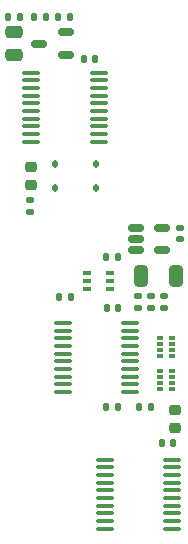
<source format=gbr>
G04 #@! TF.GenerationSoftware,KiCad,Pcbnew,9.0.0*
G04 #@! TF.CreationDate,2025-03-30T00:29:37+00:00*
G04 #@! TF.ProjectId,1MHzAdaptor,314d487a-4164-4617-9074-6f722e6b6963,03b*
G04 #@! TF.SameCoordinates,Original*
G04 #@! TF.FileFunction,Paste,Top*
G04 #@! TF.FilePolarity,Positive*
%FSLAX46Y46*%
G04 Gerber Fmt 4.6, Leading zero omitted, Abs format (unit mm)*
G04 Created by KiCad (PCBNEW 9.0.0) date 2025-03-30 00:29:37*
%MOMM*%
%LPD*%
G01*
G04 APERTURE LIST*
G04 Aperture macros list*
%AMRoundRect*
0 Rectangle with rounded corners*
0 $1 Rounding radius*
0 $2 $3 $4 $5 $6 $7 $8 $9 X,Y pos of 4 corners*
0 Add a 4 corners polygon primitive as box body*
4,1,4,$2,$3,$4,$5,$6,$7,$8,$9,$2,$3,0*
0 Add four circle primitives for the rounded corners*
1,1,$1+$1,$2,$3*
1,1,$1+$1,$4,$5*
1,1,$1+$1,$6,$7*
1,1,$1+$1,$8,$9*
0 Add four rect primitives between the rounded corners*
20,1,$1+$1,$2,$3,$4,$5,0*
20,1,$1+$1,$4,$5,$6,$7,0*
20,1,$1+$1,$6,$7,$8,$9,0*
20,1,$1+$1,$8,$9,$2,$3,0*%
G04 Aperture macros list end*
%ADD10RoundRect,0.100000X-0.225000X-0.100000X0.225000X-0.100000X0.225000X0.100000X-0.225000X0.100000X0*%
%ADD11RoundRect,0.140000X0.140000X0.170000X-0.140000X0.170000X-0.140000X-0.170000X0.140000X-0.170000X0*%
%ADD12RoundRect,0.100000X-0.637500X-0.100000X0.637500X-0.100000X0.637500X0.100000X-0.637500X0.100000X0*%
%ADD13RoundRect,0.112500X-0.112500X0.187500X-0.112500X-0.187500X0.112500X-0.187500X0.112500X0.187500X0*%
%ADD14R,0.500000X0.320000*%
%ADD15RoundRect,0.135000X-0.135000X-0.185000X0.135000X-0.185000X0.135000X0.185000X-0.135000X0.185000X0*%
%ADD16RoundRect,0.135000X0.185000X-0.135000X0.185000X0.135000X-0.185000X0.135000X-0.185000X-0.135000X0*%
%ADD17RoundRect,0.135000X-0.185000X0.135000X-0.185000X-0.135000X0.185000X-0.135000X0.185000X0.135000X0*%
%ADD18RoundRect,0.140000X-0.170000X0.140000X-0.170000X-0.140000X0.170000X-0.140000X0.170000X0.140000X0*%
%ADD19RoundRect,0.250000X-0.325000X-0.650000X0.325000X-0.650000X0.325000X0.650000X-0.325000X0.650000X0*%
%ADD20RoundRect,0.218750X-0.256250X0.218750X-0.256250X-0.218750X0.256250X-0.218750X0.256250X0.218750X0*%
%ADD21RoundRect,0.135000X0.135000X0.185000X-0.135000X0.185000X-0.135000X-0.185000X0.135000X-0.185000X0*%
%ADD22RoundRect,0.218750X0.256250X-0.218750X0.256250X0.218750X-0.256250X0.218750X-0.256250X-0.218750X0*%
%ADD23RoundRect,0.250000X-0.475000X0.250000X-0.475000X-0.250000X0.475000X-0.250000X0.475000X0.250000X0*%
%ADD24RoundRect,0.140000X-0.140000X-0.170000X0.140000X-0.170000X0.140000X0.170000X-0.140000X0.170000X0*%
%ADD25RoundRect,0.140000X0.170000X-0.140000X0.170000X0.140000X-0.170000X0.140000X-0.170000X-0.140000X0*%
%ADD26RoundRect,0.150000X0.512500X0.150000X-0.512500X0.150000X-0.512500X-0.150000X0.512500X-0.150000X0*%
%ADD27RoundRect,0.150000X-0.512500X-0.150000X0.512500X-0.150000X0.512500X0.150000X-0.512500X0.150000X0*%
G04 APERTURE END LIST*
D10*
X137022800Y-77556600D03*
X137022800Y-78206600D03*
X137022800Y-78856600D03*
X138922800Y-78856600D03*
X138922800Y-78206600D03*
X138922800Y-77556600D03*
D11*
X139672000Y-80518000D03*
X138712000Y-80518000D03*
X144294800Y-91948000D03*
X143334800Y-91948000D03*
X137690800Y-59436000D03*
X136730800Y-59436000D03*
D12*
X134957900Y-81784000D03*
X134957900Y-82434000D03*
X134957900Y-83084000D03*
X134957900Y-83734000D03*
X134957900Y-84384000D03*
X134957900Y-85034000D03*
X134957900Y-85684000D03*
X134957900Y-86334000D03*
X134957900Y-86984000D03*
X134957900Y-87634000D03*
X140682900Y-87634000D03*
X140682900Y-86984000D03*
X140682900Y-86334000D03*
X140682900Y-85684000D03*
X140682900Y-85034000D03*
X140682900Y-84384000D03*
X140682900Y-83734000D03*
X140682900Y-83084000D03*
X140682900Y-82434000D03*
X140682900Y-81784000D03*
D13*
X137820400Y-68279300D03*
X137820400Y-70379300D03*
D14*
X143225900Y-83070000D03*
X143225900Y-83570000D03*
X143225900Y-84070000D03*
X143225900Y-84570000D03*
X144225900Y-84570000D03*
X144225900Y-84070000D03*
X144225900Y-83570000D03*
X144225900Y-83070000D03*
D12*
X138513900Y-93341000D03*
X138513900Y-93991000D03*
X138513900Y-94641000D03*
X138513900Y-95291000D03*
X138513900Y-95941000D03*
X138513900Y-96591000D03*
X138513900Y-97241000D03*
X138513900Y-97891000D03*
X138513900Y-98541000D03*
X138513900Y-99191000D03*
X144238900Y-99191000D03*
X144238900Y-98541000D03*
X144238900Y-97891000D03*
X144238900Y-97241000D03*
X144238900Y-96591000D03*
X144238900Y-95941000D03*
X144238900Y-95291000D03*
X144238900Y-94641000D03*
X144238900Y-93991000D03*
X144238900Y-93341000D03*
D15*
X134668800Y-79603600D03*
X135688800Y-79603600D03*
D16*
X141376400Y-80520000D03*
X141376400Y-79500000D03*
D17*
X143535400Y-79500000D03*
X143535400Y-80520000D03*
D18*
X142468600Y-79530000D03*
X142468600Y-80490000D03*
D19*
X141590500Y-77762100D03*
X144540500Y-77762100D03*
D20*
X132270500Y-68541800D03*
X132270500Y-70116800D03*
D17*
X132232400Y-71395000D03*
X132232400Y-72415000D03*
D21*
X142447600Y-88874600D03*
X141427600Y-88874600D03*
D22*
X144500600Y-90678100D03*
X144500600Y-89103100D03*
D14*
X143225900Y-85852000D03*
X143225900Y-86352000D03*
X143225900Y-86852000D03*
X143225900Y-87352000D03*
X144225900Y-87352000D03*
X144225900Y-86852000D03*
X144225900Y-86352000D03*
X144225900Y-85852000D03*
D23*
X130810000Y-57165200D03*
X130810000Y-59065200D03*
D11*
X135557200Y-55829200D03*
X134597200Y-55829200D03*
D24*
X132565200Y-55829200D03*
X133525200Y-55829200D03*
D25*
X144881600Y-74673400D03*
X144881600Y-73713400D03*
D15*
X130300000Y-55829200D03*
X131320000Y-55829200D03*
D12*
X132290900Y-60575000D03*
X132290900Y-61225000D03*
X132290900Y-61875000D03*
X132290900Y-62525000D03*
X132290900Y-63175000D03*
X132290900Y-63825000D03*
X132290900Y-64475000D03*
X132290900Y-65125000D03*
X132290900Y-65775000D03*
X132290900Y-66425000D03*
X138015900Y-66425000D03*
X138015900Y-65775000D03*
X138015900Y-65125000D03*
X138015900Y-64475000D03*
X138015900Y-63825000D03*
X138015900Y-63175000D03*
X138015900Y-62525000D03*
X138015900Y-61875000D03*
X138015900Y-61225000D03*
X138015900Y-60575000D03*
D26*
X135198700Y-59065200D03*
X135198700Y-57165200D03*
X132923700Y-58115200D03*
D11*
X139621200Y-76200000D03*
X138661200Y-76200000D03*
D15*
X138656600Y-88874600D03*
X139676600Y-88874600D03*
D27*
X141127900Y-73726000D03*
X141127900Y-74676000D03*
X141127900Y-75626000D03*
X143402900Y-75626000D03*
X143402900Y-73726000D03*
D13*
X134288400Y-68279300D03*
X134288400Y-70379300D03*
M02*

</source>
